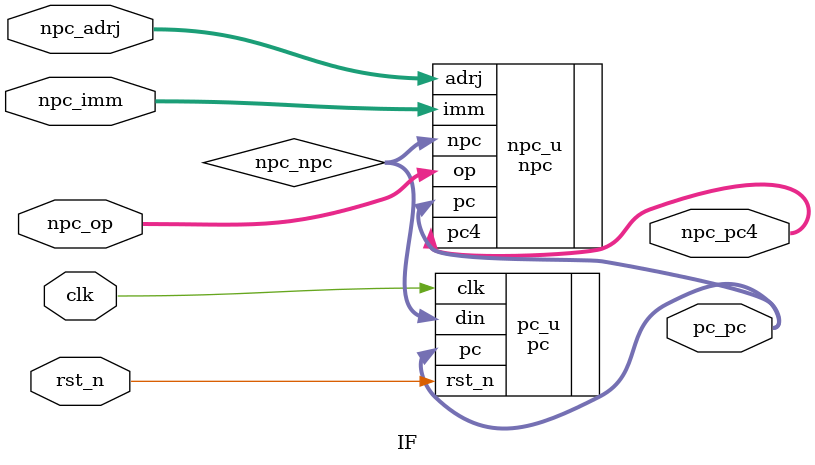
<source format=v>
module IF (
    input clk,
    input rst_n,
    output [31:0] pc_pc,
    output [31:0] npc_pc4,
    input [1:0] npc_op,
    input [31:0] npc_imm,
    input [31:0] npc_adrj
);

wire [31:0] npc_npc;

npc npc_u (
    .pc(pc_pc),
    .imm(npc_imm),
    .adrj(npc_adrj),
    .op(npc_op),
    .pc4(npc_pc4),
    .npc(npc_npc)
);

pc pc_u (
    .clk(clk),
    .rst_n(rst_n),
    .din(npc_npc),
    .pc(pc_pc)
);

endmodule
</source>
